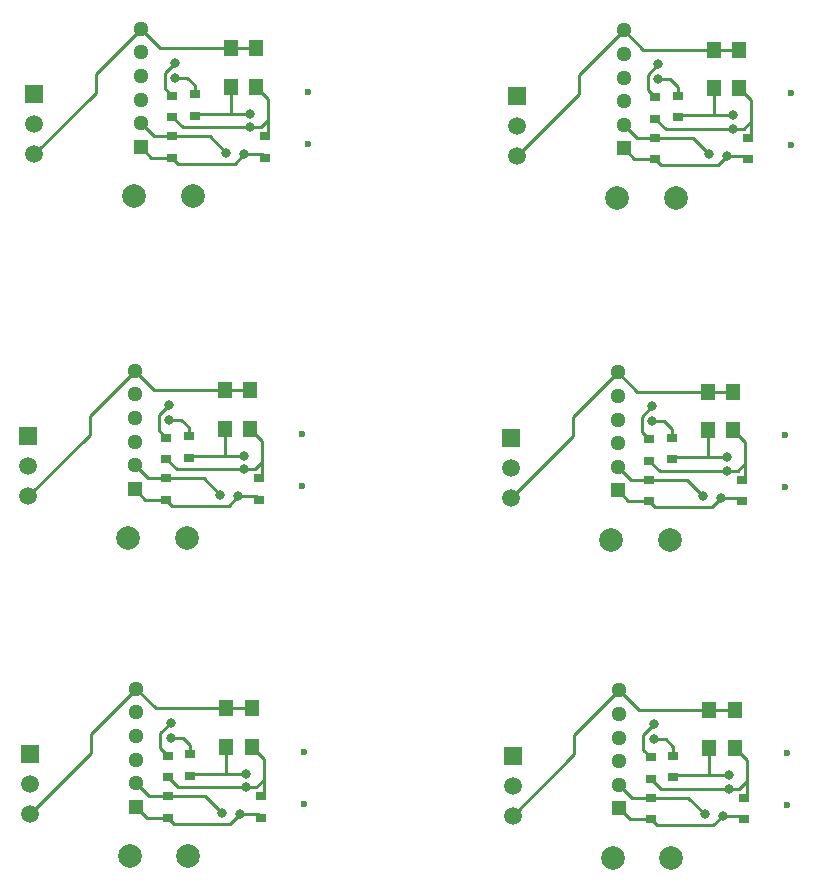
<source format=gbl>
G04 Layer_Physical_Order=2*
G04 Layer_Color=16711680*
%FSTAX24Y24*%
%MOIN*%
G70*
G01*
G75*
%ADD13R,0.0374X0.0315*%
%ADD17C,0.0100*%
%ADD18C,0.0236*%
%ADD19C,0.0591*%
%ADD20R,0.0591X0.0591*%
%ADD21C,0.0787*%
%ADD22C,0.0512*%
%ADD23R,0.0512X0.0512*%
%ADD24C,0.0320*%
%ADD25R,0.0480X0.0555*%
D13*
X02845Y043896D02*
D03*
Y044604D02*
D03*
X0277Y043846D02*
D03*
Y044554D02*
D03*
X0308Y043204D02*
D03*
Y042496D02*
D03*
X0277Y043204D02*
D03*
Y042496D02*
D03*
X04455Y043846D02*
D03*
Y044554D02*
D03*
X0438Y043796D02*
D03*
Y044504D02*
D03*
X0469Y043154D02*
D03*
Y042446D02*
D03*
X0438Y043154D02*
D03*
Y042446D02*
D03*
X0285Y033296D02*
D03*
Y034004D02*
D03*
X02775Y033246D02*
D03*
Y033954D02*
D03*
X03085Y032604D02*
D03*
Y031896D02*
D03*
X02775Y032604D02*
D03*
Y031896D02*
D03*
X0446Y033246D02*
D03*
Y033954D02*
D03*
X04385Y033196D02*
D03*
Y033904D02*
D03*
X04695Y032554D02*
D03*
Y031846D02*
D03*
X04385Y032554D02*
D03*
Y031846D02*
D03*
X044Y054554D02*
D03*
Y053846D02*
D03*
X0471Y054554D02*
D03*
Y053846D02*
D03*
X044Y055196D02*
D03*
Y055904D02*
D03*
X04475Y055246D02*
D03*
Y055954D02*
D03*
X0279Y054604D02*
D03*
Y053896D02*
D03*
X031Y054604D02*
D03*
Y053896D02*
D03*
X0279Y055246D02*
D03*
Y055954D02*
D03*
X02865Y055296D02*
D03*
Y056004D02*
D03*
D17*
X02745Y044804D02*
X0277Y044554D01*
X02745Y044804D02*
Y0453D01*
X0278Y04565D01*
Y04515D02*
X0282D01*
X02845Y0449D01*
Y044604D02*
Y0449D01*
Y043896D02*
X028504Y04395D01*
X028046Y0435D02*
X0303D01*
X0277Y043846D02*
X028046Y0435D01*
X02665Y043637D02*
X027083Y043204D01*
X0277D01*
X028946D01*
X0295Y04265D01*
X027004Y042496D02*
X0277D01*
X02665Y04285D02*
X027004Y042496D01*
X02965Y046144D02*
X0305D01*
X027293D02*
X02965D01*
X02665Y046787D02*
X027293Y046144D01*
X02965Y04395D02*
Y044856D01*
X028504Y04395D02*
X02965D01*
X0303D01*
Y0435D02*
X03065D01*
X0309Y04375D01*
Y044456D01*
X0305Y044856D02*
X0309Y044456D01*
X029788Y042288D02*
X0301Y0426D01*
X027907Y042288D02*
X029788D01*
X0277Y042496D02*
X027907Y042288D01*
X0301Y0426D02*
X030696D01*
X0308Y042496D01*
X0309Y043304D02*
Y04375D01*
X0308Y043204D02*
X0309Y043304D01*
X02515Y045287D02*
X02665Y046787D01*
X02515Y04465D02*
Y045287D01*
X0231Y0426D02*
X02515Y04465D01*
X04355Y044754D02*
X0438Y044504D01*
X04355Y044754D02*
Y04525D01*
X0439Y0456D01*
Y0451D02*
X0443D01*
X04455Y04485D01*
Y044554D02*
Y04485D01*
Y043846D02*
X044604Y0439D01*
X044146Y04345D02*
X0464D01*
X0438Y043796D02*
X044146Y04345D01*
X04275Y043587D02*
X043183Y043154D01*
X0438D01*
X045046D01*
X0456Y0426D01*
X043104Y042446D02*
X0438D01*
X04275Y0428D02*
X043104Y042446D01*
X04575Y046094D02*
X0466D01*
X043393D02*
X04575D01*
X04275Y046737D02*
X043393Y046094D01*
X04575Y0439D02*
Y044806D01*
X044604Y0439D02*
X04575D01*
X0464D01*
Y04345D02*
X04675D01*
X047Y0437D01*
Y044406D01*
X0466Y044806D02*
X047Y044406D01*
X045888Y042238D02*
X0462Y04255D01*
X044007Y042238D02*
X045888D01*
X0438Y042446D02*
X044007Y042238D01*
X0462Y04255D02*
X046796D01*
X0469Y042446D01*
X047Y043254D02*
Y0437D01*
X0469Y043154D02*
X047Y043254D01*
X04125Y045237D02*
X04275Y046737D01*
X04125Y0446D02*
Y045237D01*
X0392Y04255D02*
X04125Y0446D01*
X0275Y034204D02*
X02775Y033954D01*
X0275Y034204D02*
Y0347D01*
X02785Y03505D01*
Y03455D02*
X02825D01*
X0285Y0343D01*
Y034004D02*
Y0343D01*
Y033296D02*
X028554Y03335D01*
X028096Y0329D02*
X03035D01*
X02775Y033246D02*
X028096Y0329D01*
X0267Y033037D02*
X027133Y032604D01*
X02775D01*
X028996D01*
X02955Y03205D01*
X027054Y031896D02*
X02775D01*
X0267Y03225D02*
X027054Y031896D01*
X0297Y035544D02*
X03055D01*
X027343D02*
X0297D01*
X0267Y036187D02*
X027343Y035544D01*
X0297Y03335D02*
Y034256D01*
X028554Y03335D02*
X0297D01*
X03035D01*
Y0329D02*
X0307D01*
X03095Y03315D01*
Y033856D01*
X03055Y034256D02*
X03095Y033856D01*
X029838Y031688D02*
X03015Y032D01*
X027957Y031688D02*
X029838D01*
X02775Y031896D02*
X027957Y031688D01*
X03015Y032D02*
X030746D01*
X03085Y031896D01*
X03095Y032704D02*
Y03315D01*
X03085Y032604D02*
X03095Y032704D01*
X0252Y034687D02*
X0267Y036187D01*
X0252Y03405D02*
Y034687D01*
X02315Y032D02*
X0252Y03405D01*
X0436Y034154D02*
X04385Y033904D01*
X0436Y034154D02*
Y03465D01*
X04395Y035D01*
Y0345D02*
X04435D01*
X0446Y03425D01*
Y033954D02*
Y03425D01*
Y033246D02*
X044654Y0333D01*
X044196Y03285D02*
X04645D01*
X04385Y033196D02*
X044196Y03285D01*
X0428Y032987D02*
X043233Y032554D01*
X04385D01*
X045096D01*
X04565Y032D01*
X043154Y031846D02*
X04385D01*
X0428Y0322D02*
X043154Y031846D01*
X0458Y035494D02*
X04665D01*
X043443D02*
X0458D01*
X0428Y036137D02*
X043443Y035494D01*
X0458Y0333D02*
Y034206D01*
X044654Y0333D02*
X0458D01*
X04645D01*
Y03285D02*
X0468D01*
X04705Y0331D01*
Y033806D01*
X04665Y034206D02*
X04705Y033806D01*
X045938Y031638D02*
X04625Y03195D01*
X044057Y031638D02*
X045938D01*
X04385Y031846D02*
X044057Y031638D01*
X04625Y03195D02*
X046846D01*
X04695Y031846D01*
X04705Y032654D02*
Y0331D01*
X04695Y032554D02*
X04705Y032654D01*
X0413Y034637D02*
X0428Y036137D01*
X0413Y034D02*
Y034637D01*
X03925Y03195D02*
X0413Y034D01*
X0394Y05395D02*
X04145Y056D01*
Y056637D01*
X04295Y058137D01*
X0471Y054554D02*
X0472Y054654D01*
Y0551D01*
X046996Y05395D02*
X0471Y053846D01*
X0464Y05395D02*
X046996D01*
X044Y053846D02*
X044207Y053638D01*
X046088D01*
X0464Y05395D01*
X0468Y056206D02*
X0472Y055806D01*
Y0551D02*
Y055806D01*
X04695Y05485D02*
X0472Y0551D01*
X0466Y05485D02*
X04695D01*
X04595Y0553D02*
X0466D01*
X044804D02*
X04595D01*
Y056206D01*
X04295Y058137D02*
X043593Y057494D01*
X04595D01*
X0468D01*
X04295Y0542D02*
X043304Y053846D01*
X044D01*
X045246Y054554D02*
X0458Y054D01*
X044Y054554D02*
X045246D01*
X043383D02*
X044D01*
X04295Y054987D02*
X043383Y054554D01*
X044Y055196D02*
X044346Y05485D01*
X0466D01*
X04475Y055246D02*
X044804Y0553D01*
X04475Y055954D02*
Y05625D01*
X0445Y0565D02*
X04475Y05625D01*
X0441Y0565D02*
X0445D01*
X04375Y05665D02*
X0441Y057D01*
X04375Y056154D02*
Y05665D01*
Y056154D02*
X044Y055904D01*
X0233Y054D02*
X02535Y05605D01*
Y056687D01*
X02685Y058187D01*
X031Y054604D02*
X0311Y054704D01*
Y05515D01*
X030896Y054D02*
X031Y053896D01*
X0303Y054D02*
X030896D01*
X0279Y053896D02*
X028107Y053688D01*
X029988D01*
X0303Y054D01*
X0307Y056256D02*
X0311Y055856D01*
Y05515D02*
Y055856D01*
X03085Y0549D02*
X0311Y05515D01*
X0305Y0549D02*
X03085D01*
X02985Y05535D02*
X0305D01*
X028704D02*
X02985D01*
Y056256D01*
X02685Y058187D02*
X027493Y057544D01*
X02985D01*
X0307D01*
X02685Y05425D02*
X027204Y053896D01*
X0279D01*
X029146Y054604D02*
X0297Y05405D01*
X0279Y054604D02*
X029146D01*
X027283D02*
X0279D01*
X02685Y055037D02*
X027283Y054604D01*
X0279Y055246D02*
X028246Y0549D01*
X0305D01*
X02865Y055296D02*
X028704Y05535D01*
X02865Y056004D02*
Y0563D01*
X0284Y05655D02*
X02865Y0563D01*
X028Y05655D02*
X0284D01*
X02765Y0567D02*
X028Y05705D01*
X02765Y056204D02*
Y0567D01*
Y056204D02*
X0279Y055954D01*
D18*
X032228Y042954D02*
D03*
Y044686D02*
D03*
X048328Y042904D02*
D03*
Y044636D02*
D03*
X032278Y032354D02*
D03*
Y034086D02*
D03*
X048378Y032304D02*
D03*
Y034036D02*
D03*
X048528Y054304D02*
D03*
Y056036D02*
D03*
X032428Y054354D02*
D03*
Y056086D02*
D03*
D19*
X0231Y0426D02*
D03*
Y0436D02*
D03*
X0392Y04255D02*
D03*
Y04355D02*
D03*
X02315Y032D02*
D03*
Y033D02*
D03*
X03925Y03195D02*
D03*
Y03295D02*
D03*
X0394Y05395D02*
D03*
Y05495D02*
D03*
X0233Y054D02*
D03*
Y055D02*
D03*
D20*
X0231Y0446D02*
D03*
X0392Y04455D02*
D03*
X02315Y034D02*
D03*
X03925Y03395D02*
D03*
X0394Y05595D02*
D03*
X0233Y056D02*
D03*
D21*
X026425Y0412D02*
D03*
X028375D02*
D03*
X042525Y04115D02*
D03*
X044475D02*
D03*
X026475Y0306D02*
D03*
X028425D02*
D03*
X042575Y03055D02*
D03*
X044525D02*
D03*
X042725Y05255D02*
D03*
X044675D02*
D03*
X026625Y0526D02*
D03*
X028575D02*
D03*
D22*
X02665Y046787D02*
D03*
Y046D02*
D03*
Y045212D02*
D03*
Y043637D02*
D03*
Y044425D02*
D03*
X04275Y046737D02*
D03*
Y04595D02*
D03*
Y045162D02*
D03*
Y043587D02*
D03*
Y044375D02*
D03*
X0267Y036187D02*
D03*
Y0354D02*
D03*
Y034612D02*
D03*
Y033037D02*
D03*
Y033825D02*
D03*
X0428Y036137D02*
D03*
Y03535D02*
D03*
Y034562D02*
D03*
Y032987D02*
D03*
Y033775D02*
D03*
X04295Y058137D02*
D03*
Y05735D02*
D03*
Y056562D02*
D03*
Y054987D02*
D03*
Y055775D02*
D03*
X02685Y058187D02*
D03*
Y0574D02*
D03*
Y056612D02*
D03*
Y055037D02*
D03*
Y055825D02*
D03*
D23*
X02665Y04285D02*
D03*
X04275Y0428D02*
D03*
X0267Y03225D02*
D03*
X0428Y0322D02*
D03*
X04295Y0542D02*
D03*
X02685Y05425D02*
D03*
D24*
X0278Y04515D02*
D03*
Y04565D02*
D03*
X0303Y04395D02*
D03*
Y0435D02*
D03*
X0295Y04265D02*
D03*
X0301Y0426D02*
D03*
X0439Y0451D02*
D03*
Y0456D02*
D03*
X0464Y0439D02*
D03*
Y04345D02*
D03*
X0456Y0426D02*
D03*
X0462Y04255D02*
D03*
X02785Y03455D02*
D03*
Y03505D02*
D03*
X03035Y03335D02*
D03*
Y0329D02*
D03*
X02955Y03205D02*
D03*
X03015Y032D02*
D03*
X04395Y0345D02*
D03*
Y035D02*
D03*
X04645Y0333D02*
D03*
Y03285D02*
D03*
X04565Y032D02*
D03*
X04625Y03195D02*
D03*
X0464Y05395D02*
D03*
X0458Y054D02*
D03*
X0466Y05485D02*
D03*
Y0553D02*
D03*
X0441Y057D02*
D03*
Y0565D02*
D03*
X0303Y054D02*
D03*
X0297Y05405D02*
D03*
X0305Y0549D02*
D03*
Y05535D02*
D03*
X028Y05705D02*
D03*
Y05655D02*
D03*
D25*
X0305Y044856D02*
D03*
Y046144D02*
D03*
X02965Y044856D02*
D03*
Y046144D02*
D03*
X0466Y044806D02*
D03*
Y046094D02*
D03*
X04575Y044806D02*
D03*
Y046094D02*
D03*
X03055Y034256D02*
D03*
Y035544D02*
D03*
X0297Y034256D02*
D03*
Y035544D02*
D03*
X04665Y034206D02*
D03*
Y035494D02*
D03*
X0458Y034206D02*
D03*
Y035494D02*
D03*
X04595Y056206D02*
D03*
Y057494D02*
D03*
X0468Y056206D02*
D03*
Y057494D02*
D03*
X02985Y056256D02*
D03*
Y057544D02*
D03*
X0307Y056256D02*
D03*
Y057544D02*
D03*
M02*

</source>
